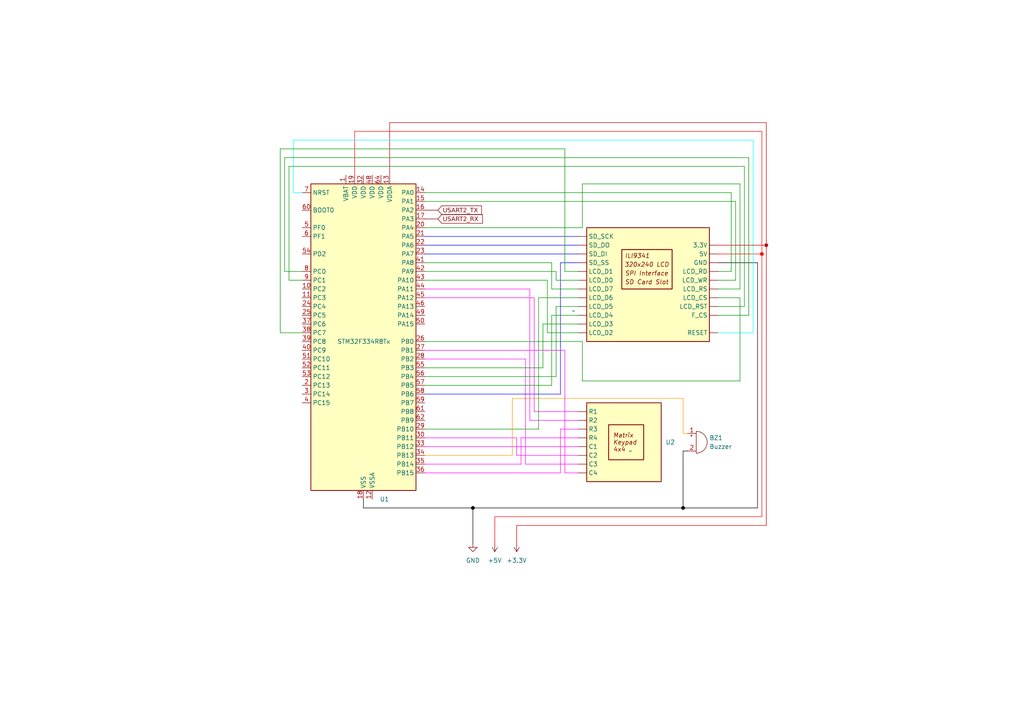
<source format=kicad_sch>
(kicad_sch (version 20230121) (generator eeschema)
  (paper "A4")
  (title_block (title "STM32-CHIP8 ") (date "2024-01-24") (rev "1") (company "Chip-8-Org"))
  (lib_symbols
    (symbol "Device:Buzzer" (pin_names (offset 0.0254) hide)
      (property "Reference" "BZ" (at 3.81 1.27 0))
      (property "Value" "Buzzer" (at 3.81 -1.27 0))
      (symbol "Buzzer_0_1"
        (arc (start 0 -3.175) (mid 3.1612 0) (end 0 3.175))
        (polyline (pts (xy -1.651 1.905) (xy -1.143 1.905)))
        (polyline (pts (xy -1.397 2.159) (xy -1.397 1.651)))
        (polyline (pts (xy 0 3.175) (xy 0 -3.175)))
      )
      (symbol "Buzzer_1_1"
        (pin passive line (at -2.54 2.54 0) (length 2.54) (name "+") (number "1"))
        (pin passive line (at -2.54 -2.54 0) (length 2.54) (name "-") (number "2"))
      )
    )
    (symbol "Driver_Display:ili9341_cus"
      (symbol "ili9341_cus_0_0"
        (text "320x240 LCD" (at -0.381 4.572 0) (effects (font (size 1.27 1.27) italic)))
        (text "SD Card Slot" (at -6.731 -0.508 0) (effects (font (size 1.27 1.27) italic) (justify left)))
        (text "SPI Interface" (at -6.731 2.032 0) (effects (font (size 1.27 1.27) italic) (justify left)))
      )
      (symbol "ili9341_cus_0_1"
        (rectangle (start -17.78 15.24) (end 17.78 -17.78) (stroke (width 0.254)) (fill (type background)))
        (rectangle (start -7.62 8.89) (end 6.985 -2.54) (stroke (width 0.254)))
      )
      (symbol "ili9341_cus_1_0"
        (text "ILI9341" (at -6.731 7.112 0) (effects (font (size 1.27 1.27) italic) (justify left)))
      )
      (symbol "ili9341_cus_1_1"
        (pin power_in line (at 20.32 10.16 180) (length 2.54) (name "3.3V") (number ""))
        (pin power_in line (at 20.32 7.62 180) (length 2.54) (name "5V") (number ""))
        (pin input line (at 20.32 -10.16 180) (length 2.54) (name "F_CS") (number ""))
        (pin power_in line (at 20.32 5.08 180) (length 2.54) (name "GND") (number ""))
        (pin input line (at 20.32 -5.08 180) (length 2.54) (name "LCD_CS") (number ""))
        (pin input line (at -20.32 0 0) (length 2.54) (name "LCD_D0") (number ""))
        (pin input line (at -20.32 2.54 0) (length 2.54) (name "LCD_D1") (number ""))
        (pin input line (at -20.32 -15.24 0) (length 2.54) (name "LCD_D2") (number ""))
        (pin input line (at -20.32 -12.7 0) (length 2.54) (name "LCD_D3") (number ""))
        (pin input line (at -20.32 -10.16 0) (length 2.54) (name "LCD_D4") (number ""))
        (pin input line (at -20.32 -7.62 0) (length 2.54) (name "LCD_D5") (number ""))
        (pin input line (at -20.32 -5.08 0) (length 2.54) (name "LCD_D6") (number ""))
        (pin input line (at -20.32 -2.54 0) (length 2.54) (name "LCD_D7") (number ""))
        (pin input line (at 20.32 2.54 180) (length 2.54) (name "LCD_RD") (number ""))
        (pin input line (at 20.32 -2.54 180) (length 2.54) (name "LCD_RS") (number ""))
        (pin input line (at 20.32 -7.62 180) (length 2.54) (name "LCD_RST") (number ""))
        (pin input line (at 20.32 0 180) (length 2.54) (name "LCD_WR") (number ""))
        (pin input line (at 20.32 -15.24 180) (length 2.54) (name "RESET") (number ""))
        (pin input line (at -20.32 7.62 0) (length 2.54) (name "SD_DI") (number ""))
        (pin input line (at -20.32 10.16 0) (length 2.54) (name "SD_DO") (number ""))
        (pin input line (at -20.32 12.7 0) (length 2.54) (name "SD_SCK") (number ""))
        (pin input line (at -20.32 5.08 0) (length 2.54) (name "SD_SS") (number ""))
      )
    )
    (symbol "MCU_ST_STM32F3:STM32F334R8Tx"
      (property "Reference" "U" (at -15.24 46.99 0))
      (property "Value" "STM32F334R8Tx" (at 10.16 46.99 0))
      (symbol "STM32F334R8Tx_0_1"
        (rectangle (start -15.24 -43.18) (end 15.24 45.72) (stroke (width 0.254)) (fill (type background)))
      )
      (symbol "STM32F334R8Tx_1_1"
        (pin power_in line (at -5.08 48.26 270) (length 2.54) (name "VBAT") (number "1"))
        (pin bidirectional line (at -17.78 15.24 0) (length 2.54) (name "PC2") (number "10"))
        (pin bidirectional line (at -17.78 12.7 0) (length 2.54) (name "PC3") (number "11"))
        (pin power_in line (at 2.54 -45.72 90) (length 2.54) (name "VSSA") (number "12"))
        (pin power_in line (at 7.62 48.26 270) (length 2.54) (name "VDDA") (number "13"))
        (pin bidirectional line (at 17.78 43.18 180) (length 2.54) (name "PA0") (number "14"))
        (pin bidirectional line (at 17.78 40.64 180) (length 2.54) (name "PA1") (number "15"))
        (pin bidirectional line (at 17.78 38.1 180) (length 2.54) (name "PA2") (number "16"))
        (pin bidirectional line (at 17.78 35.56 180) (length 2.54) (name "PA3") (number "17"))
        (pin power_in line (at 0 -45.72 90) (length 2.54) (name "VSS") (number "18"))
        (pin power_in line (at -2.54 48.26 270) (length 2.54) (name "VDD") (number "19"))
        (pin bidirectional line (at -17.78 -12.7 0) (length 2.54) (name "PC13") (number "2"))
        (pin bidirectional line (at 17.78 33.02 180) (length 2.54) (name "PA4") (number "20"))
        (pin bidirectional line (at 17.78 30.48 180) (length 2.54) (name "PA5") (number "21"))
        (pin bidirectional line (at 17.78 27.94 180) (length 2.54) (name "PA6") (number "22"))
        (pin bidirectional line (at 17.78 25.4 180) (length 2.54) (name "PA7") (number "23"))
        (pin bidirectional line (at -17.78 10.16 0) (length 2.54) (name "PC4") (number "24"))
        (pin bidirectional line (at -17.78 7.62 0) (length 2.54) (name "PC5") (number "25"))
        (pin bidirectional line (at 17.78 0 180) (length 2.54) (name "PB0") (number "26"))
        (pin bidirectional line (at 17.78 -2.54 180) (length 2.54) (name "PB1") (number "27"))
        (pin bidirectional line (at 17.78 -5.08 180) (length 2.54) (name "PB2") (number "28"))
        (pin bidirectional line (at 17.78 -25.4 180) (length 2.54) (name "PB10") (number "29"))
        (pin bidirectional line (at -17.78 -15.24 0) (length 2.54) (name "PC14") (number "3"))
        (pin bidirectional line (at 17.78 -27.94 180) (length 2.54) (name "PB11") (number "30"))
        (pin passive line (at 0 -45.72 90) (length 2.54) hide (name "VSS") (number "31"))
        (pin power_in line (at 0 48.26 270) (length 2.54) (name "VDD") (number "32"))
        (pin bidirectional line (at 17.78 -30.48 180) (length 2.54) (name "PB12") (number "33"))
        (pin bidirectional line (at 17.78 -33.02 180) (length 2.54) (name "PB13") (number "34"))
        (pin bidirectional line (at 17.78 -35.56 180) (length 2.54) (name "PB14") (number "35"))
        (pin bidirectional line (at 17.78 -38.1 180) (length 2.54) (name "PB15") (number "36"))
        (pin bidirectional line (at -17.78 5.08 0) (length 2.54) (name "PC6") (number "37"))
        (pin bidirectional line (at -17.78 2.54 0) (length 2.54) (name "PC7") (number "38"))
        (pin bidirectional line (at -17.78 0 0) (length 2.54) (name "PC8") (number "39"))
        (pin bidirectional line (at -17.78 -17.78 0) (length 2.54) (name "PC15") (number "4"))
        (pin bidirectional line (at -17.78 -2.54 0) (length 2.54) (name "PC9") (number "40"))
        (pin bidirectional line (at 17.78 22.86 180) (length 2.54) (name "PA8") (number "41"))
        (pin bidirectional line (at 17.78 20.32 180) (length 2.54) (name "PA9") (number "42"))
        (pin bidirectional line (at 17.78 17.78 180) (length 2.54) (name "PA10") (number "43"))
        (pin bidirectional line (at 17.78 15.24 180) (length 2.54) (name "PA11") (number "44"))
        (pin bidirectional line (at 17.78 12.7 180) (length 2.54) (name "PA12") (number "45"))
        (pin bidirectional line (at 17.78 10.16 180) (length 2.54) (name "PA13") (number "46"))
        (pin passive line (at 0 -45.72 90) (length 2.54) hide (name "VSS") (number "47"))
        (pin power_in line (at 2.54 48.26 270) (length 2.54) (name "VDD") (number "48"))
        (pin bidirectional line (at 17.78 7.62 180) (length 2.54) (name "PA14") (number "49"))
        (pin bidirectional line (at -17.78 33.02 0) (length 2.54) (name "PF0") (number "5"))
        (pin bidirectional line (at 17.78 5.08 180) (length 2.54) (name "PA15") (number "50"))
        (pin bidirectional line (at -17.78 -5.08 0) (length 2.54) (name "PC10") (number "51"))
        (pin bidirectional line (at -17.78 -7.62 0) (length 2.54) (name "PC11") (number "52"))
        (pin bidirectional line (at -17.78 -10.16 0) (length 2.54) (name "PC12") (number "53"))
        (pin bidirectional line (at -17.78 25.4 0) (length 2.54) (name "PD2") (number "54"))
        (pin bidirectional line (at 17.78 -7.62 180) (length 2.54) (name "PB3") (number "55"))
        (pin bidirectional line (at 17.78 -10.16 180) (length 2.54) (name "PB4") (number "56"))
        (pin bidirectional line (at 17.78 -12.7 180) (length 2.54) (name "PB5") (number "57"))
        (pin bidirectional line (at 17.78 -15.24 180) (length 2.54) (name "PB6") (number "58"))
        (pin bidirectional line (at 17.78 -17.78 180) (length 2.54) (name "PB7") (number "59"))
        (pin bidirectional line (at -17.78 30.48 0) (length 2.54) (name "PF1") (number "6"))
        (pin input line (at -17.78 38.1 0) (length 2.54) (name "BOOT0") (number "60"))
        (pin bidirectional line (at 17.78 -20.32 180) (length 2.54) (name "PB8") (number "61"))
        (pin bidirectional line (at 17.78 -22.86 180) (length 2.54) (name "PB9") (number "62"))
        (pin passive line (at 0 -45.72 90) (length 2.54) hide (name "VSS") (number "63"))
        (pin power_in line (at 5.08 48.26 270) (length 2.54) (name "VDD") (number "64"))
        (pin input line (at -17.78 43.18 0) (length 2.54) (name "NRST") (number "7"))
        (pin bidirectional line (at -17.78 20.32 0) (length 2.54) (name "PC0") (number "8"))
        (pin bidirectional line (at -17.78 17.78 0) (length 2.54) (name "PC1") (number "9"))
      )
    )
    (symbol "Switch:MatrixKeypad4x4"
      (property "Reference" "U" (at -3.81 25.4 0))
      (symbol "MatrixKeypad4x4_0_1"
        (rectangle (start -10.16 12.7) (end 11.43 -10.16) (stroke (width 0.254)) (fill (type background)))
        (rectangle (start -3.81 6.35) (end 6.35 -3.81) (stroke (width 0.254)))
      )
      (symbol "MatrixKeypad4x4_1_0"
        (text "Matrix\nKeypad\n4x4" (at -2.54 1.27 0) (effects (font (size 1.27 1.27) italic) (justify left)))
      )
      (symbol "MatrixKeypad4x4_1_1"
        (pin output line (at -12.7 0 0) (length 2.54) (name "C1") (number ""))
        (pin output line (at -12.7 -2.54 0) (length 2.54) (name "C2") (number ""))
        (pin output line (at -12.7 -5.08 0) (length 2.54) (name "C3") (number ""))
        (pin output line (at -12.7 -7.62 0) (length 2.54) (name "C4") (number ""))
        (pin output line (at -12.7 10.16 0) (length 2.54) (name "R1") (number ""))
        (pin output line (at -12.7 7.62 0) (length 2.54) (name "R2") (number ""))
        (pin output line (at -12.7 5.08 0) (length 2.54) (name "R3") (number ""))
        (pin output line (at -12.7 2.54 0) (length 2.54) (name "R4") (number ""))
      )
    )
    (symbol "power:+3.3V" (power) (pin_names (offset 0))
      (property "Value" "+3.3V" (at 0 3.556 0))
      (symbol "+3.3V_0_1"
        (polyline (pts (xy -0.762 1.27) (xy 0 2.54)))
        (polyline (pts (xy 0 0) (xy 0 2.54)))
        (polyline (pts (xy 0 2.54) (xy 0.762 1.27)))
      )
      (symbol "+3.3V_1_1"
        (pin power_in line (at 0 0 90) (length 0) hide (name "+3.3V") (number "1"))
      )
    )
    (symbol "power:+5V" (power) (pin_names (offset 0))
      (property "Value" "+5V" (at 0 3.556 0))
      (symbol "+5V_0_1"
        (polyline (pts (xy -0.762 1.27) (xy 0 2.54)))
        (polyline (pts (xy 0 0) (xy 0 2.54)))
        (polyline (pts (xy 0 2.54) (xy 0.762 1.27)))
      )
      (symbol "+5V_1_1"
        (pin power_in line (at 0 0 90) (length 0) hide (name "+5V") (number "1"))
      )
    )
    (symbol "power:GND" (power) (pin_names (offset 0))
      (property "Value" "GND" (at 0 -3.81 0))
      (symbol "GND_0_1"
        (polyline (pts (xy 0 0) (xy 0 -1.27) (xy 1.27 -1.27) (xy 0 -2.54) (xy -1.27 -1.27) (xy 0 -1.27)))
      )
      (symbol "GND_1_1"
        (pin power_in line (at 0 0 270) (length 0) hide (name "GND") (number "1"))
      )
    )
  )
  (junction (at 220.98 73.66) (color 255 0 0 1))
  (junction (at 198.12 147.32) (color 0 0 0 1))
  (junction (at 137.16 147.32) (color 0 0 0 1))
  (junction (at 222.25 71.12) (color 194 0 0 1))
  (wire (pts (xy 163.83 78.74) (xy 167.64 78.74)))
  (wire (pts (xy 123.19 78.74) (xy 161.29 78.74)))
  (wire (pts (xy 220.98 38.1) (xy 220.98 73.66)) (stroke (width 0) (color 255 0 0 1)))
  (wire (pts (xy 208.28 71.12) (xy 222.25 71.12)) (stroke (width 0) (color 194 0 0 1)))
  (wire (pts (xy 198.12 130.81) (xy 199.39 130.81)) (stroke (width 0) (color 0 0 0 1)))
  (wire (pts (xy 82.55 45.72) (xy 82.55 78.74)))
  (wire (pts (xy 167.64 93.98) (xy 157.48 93.98)))
  (wire (pts (xy 215.9 48.26) (xy 83.82 48.26)))
  (wire (pts (xy 113.03 50.8) (xy 113.03 35.56)) (stroke (width 0) (color 194 0 0 1)))
  (wire (pts (xy 167.64 119.38) (xy 154.94 119.38)) (stroke (width 0) (color 255 0 255 1)))
  (wire (pts (xy 82.55 78.74) (xy 87.63 78.74)))
  (wire (pts (xy 161.29 81.28) (xy 167.64 81.28)))
  (wire (pts (xy 219.71 76.2) (xy 219.71 147.32)) (stroke (width 0) (color 0 0 0 1)))
  (wire (pts (xy 123.19 58.42) (xy 213.36 58.42)))
  (wire (pts (xy 167.64 83.82) (xy 160.02 83.82)))
  (wire (pts (xy 214.63 110.49) (xy 168.91 110.49)))
  (wire (pts (xy 160.02 83.82) (xy 160.02 76.2)))
  (wire (pts (xy 217.17 45.72) (xy 217.17 91.44)))
  (wire (pts (xy 208.28 91.44) (xy 217.17 91.44)))
  (wire (pts (xy 102.87 50.8) (xy 102.87 38.1)) (stroke (width 0) (color 255 0 0 1)))
  (wire (pts (xy 157.48 93.98) (xy 157.48 106.68)))
  (wire (pts (xy 222.25 152.4) (xy 149.86 152.4)) (stroke (width 0) (color 194 0 0 1)))
  (wire (pts (xy 154.94 119.38) (xy 154.94 86.36)) (stroke (width 0) (color 255 0 255 1)))
  (wire (pts (xy 158.75 96.52) (xy 158.75 81.28)))
  (wire (pts (xy 222.25 71.12) (xy 222.25 152.4)) (stroke (width 0) (color 194 0 0 1)))
  (wire (pts (xy 198.12 115.57) (xy 198.12 125.73)) (stroke (width 0) (color 255 153 0 1)))
  (wire (pts (xy 127 63.5) (xy 123.19 63.5)) (stroke (width 0) (color 132 0 0 1)))
  (wire (pts (xy 167.64 68.58) (xy 123.19 68.58)) (stroke (width 0) (color 0 0 255 1)))
  (wire (pts (xy 137.16 147.32) (xy 198.12 147.32)) (stroke (width 0) (color 0 0 0 1)))
  (wire (pts (xy 198.12 147.32) (xy 219.71 147.32)) (stroke (width 0) (color 0 0 0 1)))
  (wire (pts (xy 123.19 134.62) (xy 151.13 134.62)) (stroke (width 0) (color 255 0 255 1)))
  (wire (pts (xy 123.19 124.46) (xy 156.21 124.46)))
  (wire (pts (xy 143.51 157.48) (xy 143.51 149.86)) (stroke (width 0) (color 255 0 0 1)))
  (wire (pts (xy 105.41 147.32) (xy 137.16 147.32)) (stroke (width 0) (color 0 0 0 1)))
  (wire (pts (xy 160.02 91.44) (xy 160.02 111.76)))
  (wire (pts (xy 167.64 88.9) (xy 161.29 88.9)))
  (wire (pts (xy 167.64 71.12) (xy 123.19 71.12)) (stroke (width 0) (color 0 0 255 1)))
  (wire (pts (xy 163.83 101.6) (xy 123.19 101.6)) (stroke (width 0) (color 255 0 255 1)))
  (wire (pts (xy 213.36 81.28) (xy 213.36 58.42)))
  (wire (pts (xy 83.82 81.28) (xy 87.63 81.28)))
  (wire (pts (xy 222.25 35.56) (xy 222.25 71.12)) (stroke (width 0) (color 194 0 0 1)))
  (wire (pts (xy 167.64 137.16) (xy 163.83 137.16)) (stroke (width 0) (color 255 0 255 1)))
  (wire (pts (xy 81.28 96.52) (xy 87.63 96.52)))
  (wire (pts (xy 198.12 130.81) (xy 198.12 147.32)) (stroke (width 0) (color 0 0 0 1)))
  (wire (pts (xy 148.59 115.57) (xy 198.12 115.57)) (stroke (width 0) (color 255 153 0 1)))
  (wire (pts (xy 123.19 109.22) (xy 161.29 109.22)))
  (wire (pts (xy 208.28 88.9) (xy 215.9 88.9)))
  (wire (pts (xy 85.09 55.88) (xy 87.63 55.88)) (stroke (width 0) (color 0 255 255 1)))
  (wire (pts (xy 81.28 43.18) (xy 163.83 43.18)))
  (wire (pts (xy 162.56 76.2) (xy 167.64 76.2)) (stroke (width 0) (color 0 0 255 1)))
  (wire (pts (xy 208.28 76.2) (xy 219.71 76.2)) (stroke (width 0) (color 0 0 0 1)))
  (wire (pts (xy 158.75 81.28) (xy 123.19 81.28)))
  (wire (pts (xy 123.19 132.08) (xy 148.59 132.08)) (stroke (width 0) (color 255 153 0 1)))
  (wire (pts (xy 167.64 86.36) (xy 156.21 86.36)))
  (wire (pts (xy 212.09 78.74) (xy 212.09 55.88)))
  (wire (pts (xy 215.9 48.26) (xy 215.9 88.9)))
  (wire (pts (xy 167.64 121.92) (xy 153.67 121.92)) (stroke (width 0) (color 255 0 255 1)))
  (wire (pts (xy 208.28 81.28) (xy 213.36 81.28)))
  (wire (pts (xy 83.82 48.26) (xy 83.82 81.28)))
  (wire (pts (xy 149.86 127) (xy 149.86 132.08)) (stroke (width 0) (color 255 0 255 1)))
  (wire (pts (xy 102.87 38.1) (xy 220.98 38.1)) (stroke (width 0) (color 255 0 0 1)))
  (wire (pts (xy 208.28 96.52) (xy 218.44 96.52)) (stroke (width 0) (color 0 255 255 1)))
  (wire (pts (xy 218.44 40.64) (xy 85.09 40.64)) (stroke (width 0) (color 0 255 255 1)))
  (wire (pts (xy 208.28 86.36) (xy 214.63 86.36)))
  (wire (pts (xy 161.29 88.9) (xy 161.29 109.22)))
  (wire (pts (xy 198.12 125.73) (xy 199.39 125.73)) (stroke (width 0) (color 255 153 0 1)))
  (wire (pts (xy 208.28 73.66) (xy 220.98 73.66)) (stroke (width 0) (color 255 0 0 1)))
  (wire (pts (xy 157.48 106.68) (xy 123.19 106.68)))
  (wire (pts (xy 162.56 137.16) (xy 123.19 137.16)) (stroke (width 0) (color 255 0 255 1)))
  (wire (pts (xy 105.41 144.78) (xy 105.41 147.32)) (stroke (width 0) (color 0 0 0 1)))
  (wire (pts (xy 123.19 111.76) (xy 160.02 111.76)))
  (wire (pts (xy 214.63 83.82) (xy 214.63 53.34)))
  (wire (pts (xy 127 60.96) (xy 123.19 60.96)) (stroke (width 0) (color 132 0 0 1)))
  (wire (pts (xy 113.03 35.56) (xy 222.25 35.56)) (stroke (width 0) (color 194 0 0 1)))
  (wire (pts (xy 214.63 53.34) (xy 168.91 53.34)))
  (wire (pts (xy 214.63 86.36) (xy 214.63 110.49)))
  (wire (pts (xy 123.19 127) (xy 149.86 127)) (stroke (width 0) (color 255 0 255 1)))
  (wire (pts (xy 212.09 55.88) (xy 123.19 55.88)))
  (wire (pts (xy 137.16 147.32) (xy 137.16 157.48)) (stroke (width 0) (color 0 0 0 1)))
  (wire (pts (xy 85.09 40.64) (xy 85.09 55.88)) (stroke (width 0) (color 0 255 255 1)))
  (wire (pts (xy 148.59 132.08) (xy 148.59 115.57)) (stroke (width 0) (color 255 153 0 1)))
  (wire (pts (xy 151.13 127) (xy 151.13 134.62)) (stroke (width 0) (color 255 0 255 1)))
  (wire (pts (xy 167.64 96.52) (xy 158.75 96.52)))
  (wire (pts (xy 153.67 83.82) (xy 123.19 83.82)) (stroke (width 0) (color 255 0 255 1)))
  (wire (pts (xy 162.56 124.46) (xy 162.56 137.16)) (stroke (width 0) (color 255 0 255 1)))
  (wire (pts (xy 123.19 114.3) (xy 162.56 114.3)) (stroke (width 0) (color 0 0 255 1)))
  (wire (pts (xy 162.56 114.3) (xy 162.56 76.2)) (stroke (width 0) (color 0 0 255 1)))
  (wire (pts (xy 218.44 96.52) (xy 218.44 40.64)) (stroke (width 0) (color 0 255 255 1)))
  (wire (pts (xy 168.91 53.34) (xy 168.91 66.04)))
  (wire (pts (xy 163.83 43.18) (xy 163.83 78.74)))
  (wire (pts (xy 143.51 149.86) (xy 220.98 149.86)) (stroke (width 0) (color 255 0 0 1)))
  (wire (pts (xy 123.19 104.14) (xy 152.4 104.14)) (stroke (width 0) (color 255 0 255 1)))
  (wire (pts (xy 152.4 104.14) (xy 152.4 134.62)) (stroke (width 0) (color 255 0 255 1)))
  (wire (pts (xy 160.02 76.2) (xy 123.19 76.2)))
  (wire (pts (xy 151.13 127) (xy 167.64 127)) (stroke (width 0) (color 255 0 255 1)))
  (wire (pts (xy 167.64 91.44) (xy 160.02 91.44)))
  (wire (pts (xy 154.94 86.36) (xy 123.19 86.36)) (stroke (width 0) (color 255 0 255 1)))
  (wire (pts (xy 149.86 152.4) (xy 149.86 157.48)) (stroke (width 0) (color 194 0 0 1)))
  (wire (pts (xy 167.64 73.66) (xy 123.19 73.66)) (stroke (width 0) (color 0 0 255 1)))
  (wire (pts (xy 161.29 78.74) (xy 161.29 81.28)))
  (wire (pts (xy 220.98 149.86) (xy 220.98 73.66)) (stroke (width 0) (color 255 0 0 1)))
  (wire (pts (xy 156.21 86.36) (xy 156.21 124.46)))
  (wire (pts (xy 163.83 137.16) (xy 163.83 101.6)) (stroke (width 0) (color 255 0 255 1)))
  (wire (pts (xy 153.67 121.92) (xy 153.67 83.82)) (stroke (width 0) (color 255 0 255 1)))
  (wire (pts (xy 123.19 129.54) (xy 167.64 129.54)) (stroke (width 0) (color 255 0 255 1)))
  (wire (pts (xy 123.19 66.04) (xy 168.91 66.04)))
  (wire (pts (xy 208.28 83.82) (xy 214.63 83.82)))
  (wire (pts (xy 217.17 45.72) (xy 82.55 45.72)))
  (wire (pts (xy 81.28 43.18) (xy 81.28 96.52)))
  (wire (pts (xy 152.4 134.62) (xy 167.64 134.62)) (stroke (width 0) (color 255 0 255 1)))
  (wire (pts (xy 149.86 132.08) (xy 167.64 132.08)) (stroke (width 0) (color 255 0 255 1)))
  (wire (pts (xy 208.28 78.74) (xy 212.09 78.74)))
  (wire (pts (xy 168.91 99.06) (xy 123.19 99.06)))
  (wire (pts (xy 167.64 124.46) (xy 162.56 124.46)) (stroke (width 0) (color 255 0 255 1)))
  (wire (pts (xy 168.91 110.49) (xy 168.91 99.06)))
  (global_label "USART2_TX" (shape input) (at 127 60.96 0) (property "Intersheetrefs" "${INTERSHEET_REFS}" (effects hide)))
  (global_label "USART2_RX" (shape input) (at 127 63.5 0) (property "Intersheetrefs" "${INTERSHEET_REFS}" (effects hide)))
  (symbol (lib_id "power:GND") (at 137.16 157.48 0) (unit 1)
    (property "Reference" "#PWR01" (effects hide))
    (property "Value" "GND" (at 137.16 162.56 0))
  )
  (symbol (lib_id "Switch:MatrixKeypad4x4") (at 180.34 129.54 0) (unit 1)
    (property "Reference" "U2" (at 193.04 128.27 0) (effects (justify left)))
    (property "Value" "~" (at 182.88 130.81 0))
  )
  (symbol (lib_id "Driver_Display:ili9341_cus") (at 187.96 81.28 0) (unit 1)
    (property "Reference" "U3" (effects hide))
    (property "Value" "~" (at 166.37 90.17 0))
  )
  (symbol (lib_id "MCU_ST_STM32F3:STM32F334R8Tx") (at 105.41 99.06 0) (unit 1)
    (property "Reference" "U1" (at 110.1441 144.78 0) (effects (justify left)))
    (property "Value" "STM32F334R8Tx" (at 97.79 99.06 0) (effects (justify left)))
    (property "Footprint" "Package_QFP:LQFP-64_10x10mm_P0.5mm" (effects hide))
    (property "Datasheet" "https://www.st.com/resource/en/datasheet/stm32f334r8.pdf" (effects hide))
  )
  (symbol (lib_id "power:+5V") (at 143.51 157.48 180) (unit 1)
    (property "Reference" "#PWR02" (effects hide))
    (property "Value" "+5V" (at 143.51 162.56 0))
  )
  (symbol (lib_id "power:+3.3V") (at 149.86 157.48 180) (unit 1)
    (property "Reference" "#PWR03" (effects hide))
    (property "Value" "+3.3V" (at 149.86 162.56 0))
  )
  (symbol (lib_id "Device:Buzzer") (at 201.93 128.27 0) (unit 1)
    (property "Reference" "BZ1" (at 205.74 127 0) (effects (justify left)))
    (property "Value" "Buzzer" (at 205.74 129.54 0) (effects (justify left)))
  )
)
</source>
